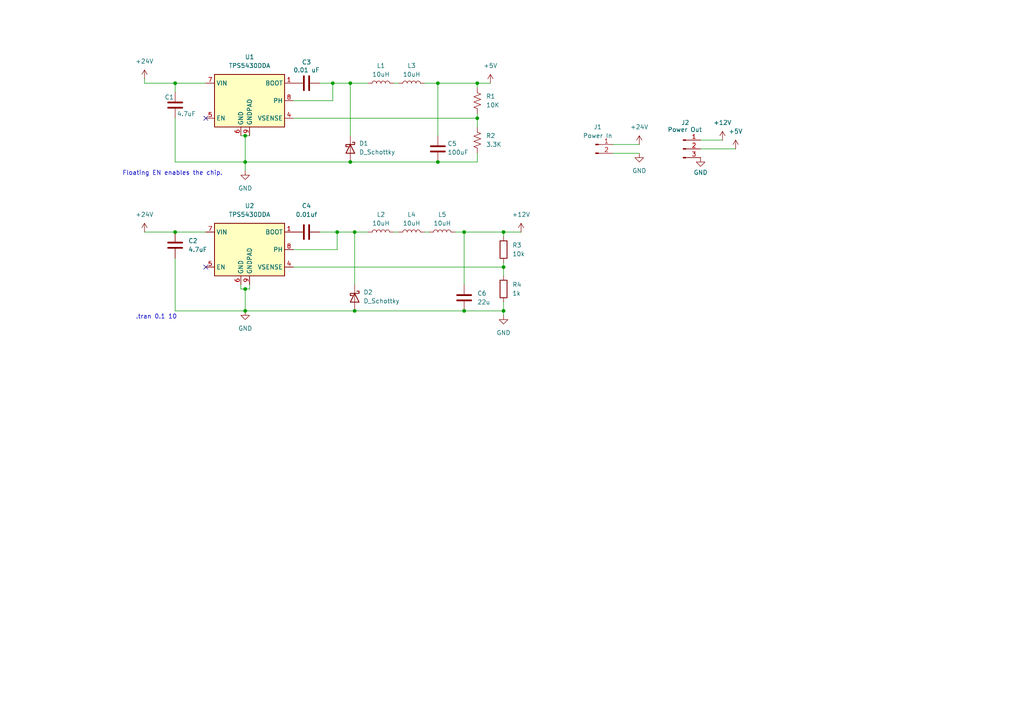
<source format=kicad_sch>
(kicad_sch (version 20250114) (generator "eeschema") (generator_version "9.0")
  (paper "A4")
  (title_block (date "2024-11-14") (company "UW Huskysat") (comment 1 "Tracy, Maria, Phina, David"))
  (lib_symbols
    (symbol "Connector:Conn_01x02_Pin" (pin_names (offset 1.016) (hide yes))
      (property "Reference" "J" (at 0 2.54 0))
      (property "Value" "Conn_01x02_Pin" (at 0 -5.08 0))
      (symbol "Conn_01x02_Pin_1_1"
        (rectangle (start 0.8636 0.127) (end 0 -0.127) (stroke (width 0.1524)) (fill (type outline)))
        (rectangle (start 0.8636 -2.413) (end 0 -2.667) (stroke (width 0.1524)) (fill (type outline)))
        (polyline (pts (xy 1.27 0) (xy 0.8636 0)) (stroke (width 0.1524)))
        (polyline (pts (xy 1.27 -2.54) (xy 0.8636 -2.54)) (stroke (width 0.1524)))
        (pin passive line (at 5.08 0 180) (length 3.81) (name "Pin_1") (number "1"))
        (pin passive line (at 5.08 -2.54 180) (length 3.81) (name "Pin_2") (number "2"))
      )
    )
    (symbol "Connector:Conn_01x03_Pin" (pin_names (offset 1.016) (hide yes))
      (property "Reference" "J" (at 0 5.08 0))
      (property "Value" "Conn_01x03_Pin" (at 0 -5.08 0))
      (symbol "Conn_01x03_Pin_1_1"
        (rectangle (start 0.8636 2.667) (end 0 2.413) (stroke (width 0.1524)) (fill (type outline)))
        (rectangle (start 0.8636 0.127) (end 0 -0.127) (stroke (width 0.1524)) (fill (type outline)))
        (rectangle (start 0.8636 -2.413) (end 0 -2.667) (stroke (width 0.1524)) (fill (type outline)))
        (polyline (pts (xy 1.27 2.54) (xy 0.8636 2.54)) (stroke (width 0.1524)))
        (polyline (pts (xy 1.27 0) (xy 0.8636 0)) (stroke (width 0.1524)))
        (polyline (pts (xy 1.27 -2.54) (xy 0.8636 -2.54)) (stroke (width 0.1524)))
        (pin passive line (at 5.08 2.54 180) (length 3.81) (name "Pin_1") (number "1"))
        (pin passive line (at 5.08 0 180) (length 3.81) (name "Pin_2") (number "2"))
        (pin passive line (at 5.08 -2.54 180) (length 3.81) (name "Pin_3") (number "3"))
      )
    )
    (symbol "Device:C" (pin_numbers (hide yes)) (pin_names (offset 0.254))
      (property "Reference" "C" (at 0.635 2.54 0))
      (property "Value" "C" (at 0.635 -2.54 0))
      (symbol "C_0_1"
        (polyline (pts (xy -2.032 0.762) (xy 2.032 0.762)) (stroke (width 0.508)))
        (polyline (pts (xy -2.032 -0.762) (xy 2.032 -0.762)) (stroke (width 0.508)))
      )
      (symbol "C_1_1"
        (pin passive line (at 0 3.81 270) (length 2.794) (name "~") (number "1"))
        (pin passive line (at 0 -3.81 90) (length 2.794) (name "~") (number "2"))
      )
    )
    (symbol "Device:D_Schottky" (pin_numbers (hide yes)) (pin_names (offset 1.016) (hide yes))
      (property "Reference" "D" (at 0 2.54 0))
      (property "Value" "D_Schottky" (at 0 -2.54 0))
      (symbol "D_Schottky_0_1"
        (polyline (pts (xy -1.905 0.635) (xy -1.905 1.27) (xy -1.27 1.27) (xy -1.27 -1.27) (xy -0.635 -1.27) (xy -0.635 -0.635)) (stroke (width 0.254)))
        (polyline (pts (xy 1.27 1.27) (xy 1.27 -1.27) (xy -1.27 0) (xy 1.27 1.27)) (stroke (width 0.254)))
        (polyline (pts (xy 1.27 0) (xy -1.27 0)))
      )
      (symbol "D_Schottky_1_1"
        (pin passive line (at -3.81 0 0) (length 2.54) (name "K") (number "1"))
        (pin passive line (at 3.81 0 180) (length 2.54) (name "A") (number "2"))
      )
    )
    (symbol "Device:L" (pin_numbers (hide yes)) (pin_names (offset 1.016) (hide yes))
      (property "Reference" "L" (at -1.27 0 90))
      (property "Value" "L" (at 1.905 0 90))
      (symbol "L_0_1"
        (arc (start 0 2.54) (mid 0.6323 1.905) (end 0 1.27))
        (arc (start 0 1.27) (mid 0.6323 0.635) (end 0 0))
        (arc (start 0 0) (mid 0.6323 -0.635) (end 0 -1.27))
        (arc (start 0 -1.27) (mid 0.6323 -1.905) (end 0 -2.54))
      )
      (symbol "L_1_1"
        (pin passive line (at 0 3.81 270) (length 1.27) (name "1") (number "1"))
        (pin passive line (at 0 -3.81 90) (length 1.27) (name "2") (number "2"))
      )
    )
    (symbol "Device:R" (pin_numbers (hide yes)) (pin_names (offset 0))
      (property "Reference" "R" (at 2.032 0 90))
      (property "Value" "R" (at 0 0 90))
      (symbol "R_0_1"
        (rectangle (start -1.016 -2.54) (end 1.016 2.54) (stroke (width 0.254)))
      )
      (symbol "R_1_1"
        (pin passive line (at 0 3.81 270) (length 1.27) (name "~") (number "1"))
        (pin passive line (at 0 -3.81 90) (length 1.27) (name "~") (number "2"))
      )
    )
    (symbol "Device:R_US" (pin_numbers (hide yes)) (pin_names (offset 0))
      (property "Reference" "R" (at 2.54 0 90))
      (property "Value" "R_US" (at -2.54 0 90))
      (symbol "R_US_0_1"
        (polyline (pts (xy 0 2.286) (xy 0 2.54)))
        (polyline (pts (xy 0 2.286) (xy 1.016 1.905) (xy 0 1.524) (xy -1.016 1.143) (xy 0 0.762)))
        (polyline (pts (xy 0 0.762) (xy 1.016 0.381) (xy 0 0) (xy -1.016 -0.381) (xy 0 -0.762)))
        (polyline (pts (xy 0 -0.762) (xy 1.016 -1.143) (xy 0 -1.524) (xy -1.016 -1.905) (xy 0 -2.286)))
        (polyline (pts (xy 0 -2.286) (xy 0 -2.54)))
      )
      (symbol "R_US_1_1"
        (pin passive line (at 0 3.81 270) (length 1.27) (name "~") (number "1"))
        (pin passive line (at 0 -3.81 90) (length 1.27) (name "~") (number "2"))
      )
    )
    (symbol "GND_1" (power) (pin_names (offset 0))
      (property "Value" "GND" (at 0 -3.81 0))
      (symbol "GND_1_0_1"
        (polyline (pts (xy 0 0) (xy 0 -1.27) (xy 1.27 -1.27) (xy 0 -2.54) (xy -1.27 -1.27) (xy 0 -1.27)))
      )
      (symbol "GND_1_1_1"
        (pin power_in line (at 0 0 270) (length 0) (hide yes) (name "GND") (number "1"))
      )
    )
    (symbol "Regulator_Switching:TPS5430DDA"
      (property "Reference" "U" (at -10.16 8.89 0))
      (property "Value" "TPS5430DDA" (at -1.27 8.89 0))
      (symbol "TPS5430DDA_0_1"
        (rectangle (start -10.16 7.62) (end 10.16 -7.62) (stroke (width 0.254)) (fill (type background)))
      )
      (symbol "TPS5430DDA_1_1"
        (pin power_in line (at -12.7 5.08 0) (length 2.54) (name "VIN") (number "7"))
        (pin input line (at -12.7 -5.08 0) (length 2.54) (name "EN") (number "5"))
        (pin no_connect line (at -10.16 2.54 0) (length 2.54) (hide yes) (name "NC") (number "2"))
        (pin no_connect line (at -10.16 -2.54 0) (length 2.54) (hide yes) (name "NC") (number "3"))
        (pin power_in line (at -2.54 -10.16 90) (length 2.54) (name "GND") (number "6"))
        (pin power_in line (at 0 -10.16 90) (length 2.54) (name "GNDPAD") (number "9"))
        (pin input line (at 12.7 5.08 180) (length 2.54) (name "BOOT") (number "1"))
        (pin output line (at 12.7 0 180) (length 2.54) (name "PH") (number "8"))
        (pin input line (at 12.7 -5.08 180) (length 2.54) (name "VSENSE") (number "4"))
      )
    )
    (symbol "power:+12V" (power) (pin_numbers (hide yes)) (pin_names (offset 0) (hide yes))
      (property "Value" "+12V" (at 0 3.556 0))
      (symbol "+12V_0_1"
        (polyline (pts (xy -0.762 1.27) (xy 0 2.54)))
        (polyline (pts (xy 0 2.54) (xy 0.762 1.27)))
        (polyline (pts (xy 0 0) (xy 0 2.54)))
      )
      (symbol "+12V_1_1"
        (pin power_in line (at 0 0 90) (length 0) (name "~") (number "1"))
      )
    )
    (symbol "power:+24V" (power) (pin_numbers (hide yes)) (pin_names (offset 0) (hide yes))
      (property "Value" "+24V" (at 0 3.556 0))
      (symbol "+24V_0_1"
        (polyline (pts (xy -0.762 1.27) (xy 0 2.54)))
        (polyline (pts (xy 0 2.54) (xy 0.762 1.27)))
        (polyline (pts (xy 0 0) (xy 0 2.54)))
      )
      (symbol "+24V_1_1"
        (pin power_in line (at 0 0 90) (length 0) (name "~") (number "1"))
      )
    )
    (symbol "power:+5V" (power) (pin_numbers (hide yes)) (pin_names (offset 0) (hide yes))
      (property "Value" "+5V" (at 0 3.556 0))
      (symbol "+5V_0_1"
        (polyline (pts (xy -0.762 1.27) (xy 0 2.54)))
        (polyline (pts (xy 0 2.54) (xy 0.762 1.27)))
        (polyline (pts (xy 0 0) (xy 0 2.54)))
      )
      (symbol "+5V_1_1"
        (pin power_in line (at 0 0 90) (length 0) (name "~") (number "1"))
      )
    )
    (symbol "power:GND" (power) (pin_numbers (hide yes)) (pin_names (offset 0) (hide yes))
      (property "Value" "GND" (at 0 -3.81 0))
      (symbol "GND_0_1"
        (polyline (pts (xy 0 0) (xy 0 -1.27) (xy 1.27 -1.27) (xy 0 -2.54) (xy -1.27 -1.27) (xy 0 -1.27)))
      )
      (symbol "GND_1_1"
        (pin power_in line (at 0 0 270) (length 0) (name "~") (number "1"))
      )
    )
  )
  (text "Floating EN enables the chip." (at 50.038 50.292 0) (effects (font (size 1.27 1.27))))
  (text ".tran 0.1 10" (at 39.37 92.71 0) (effects (font (size 1.27 1.27)) (justify left bottom)))
  (junction (at 127 24.13))
  (junction (at 101.6 46.99))
  (junction (at 50.8 24.13))
  (junction (at 138.43 34.29))
  (junction (at 138.43 24.13))
  (junction (at 127 46.99))
  (junction (at 71.12 83.82))
  (junction (at 134.62 67.31))
  (junction (at 71.12 39.37))
  (junction (at 146.05 77.47))
  (junction (at 97.79 67.31))
  (junction (at 101.6 24.13))
  (junction (at 71.12 90.17))
  (junction (at 102.87 90.17))
  (junction (at 96.52 24.13))
  (junction (at 146.05 67.31))
  (junction (at 71.12 46.99))
  (junction (at 50.8 67.31))
  (junction (at 102.87 67.31))
  (junction (at 134.62 90.17))
  (junction (at 146.05 90.17))
  (no_connect (at 59.69 34.29))
  (no_connect (at 59.69 77.47))
  (wire (pts (xy 97.79 72.39) (xy 97.79 67.31)))
  (wire (pts (xy 203.2 40.64) (xy 209.55 40.64)))
  (wire (pts (xy 146.05 80.01) (xy 146.05 77.47)))
  (wire (pts (xy 50.8 74.93) (xy 50.8 90.17)))
  (wire (pts (xy 114.3 24.13) (xy 115.57 24.13)))
  (wire (pts (xy 123.19 24.13) (xy 127 24.13)))
  (wire (pts (xy 71.12 46.99) (xy 71.12 39.37)))
  (wire (pts (xy 138.43 33.02) (xy 138.43 34.29)))
  (wire (pts (xy 177.8 44.45) (xy 185.42 44.45)))
  (wire (pts (xy 101.6 39.37) (xy 101.6 24.13)))
  (wire (pts (xy 85.09 34.29) (xy 138.43 34.29)))
  (wire (pts (xy 96.52 24.13) (xy 96.52 29.21)))
  (wire (pts (xy 127 24.13) (xy 127 39.37)))
  (wire (pts (xy 102.87 67.31) (xy 102.87 82.55)))
  (wire (pts (xy 114.3 67.31) (xy 115.57 67.31)))
  (wire (pts (xy 138.43 24.13) (xy 138.43 25.4)))
  (wire (pts (xy 97.79 67.31) (xy 102.87 67.31)))
  (wire (pts (xy 138.43 44.45) (xy 138.43 46.99)))
  (wire (pts (xy 146.05 87.63) (xy 146.05 90.17)))
  (wire (pts (xy 123.19 67.31) (xy 124.46 67.31)))
  (wire (pts (xy 69.85 83.82) (xy 71.12 83.82)))
  (wire (pts (xy 71.12 83.82) (xy 71.12 90.17)))
  (wire (pts (xy 71.12 83.82) (xy 72.39 83.82)))
  (wire (pts (xy 50.8 34.29) (xy 50.8 46.99)))
  (wire (pts (xy 85.09 72.39) (xy 97.79 72.39)))
  (wire (pts (xy 101.6 46.99) (xy 127 46.99)))
  (wire (pts (xy 127 24.13) (xy 138.43 24.13)))
  (wire (pts (xy 92.71 67.31) (xy 97.79 67.31)))
  (wire (pts (xy 50.8 90.17) (xy 71.12 90.17)))
  (wire (pts (xy 41.91 22.86) (xy 41.91 24.13)))
  (wire (pts (xy 134.62 67.31) (xy 134.62 82.55)))
  (wire (pts (xy 101.6 24.13) (xy 106.68 24.13)))
  (wire (pts (xy 71.12 46.99) (xy 101.6 46.99)))
  (wire (pts (xy 71.12 39.37) (xy 69.85 39.37)))
  (wire (pts (xy 146.05 90.17) (xy 146.05 91.44)))
  (wire (pts (xy 177.8 41.91) (xy 185.42 41.91)))
  (wire (pts (xy 96.52 24.13) (xy 101.6 24.13)))
  (wire (pts (xy 146.05 67.31) (xy 151.13 67.31)))
  (wire (pts (xy 71.12 39.37) (xy 72.39 39.37)))
  (wire (pts (xy 134.62 90.17) (xy 146.05 90.17)))
  (wire (pts (xy 102.87 67.31) (xy 106.68 67.31)))
  (wire (pts (xy 146.05 76.2) (xy 146.05 77.47)))
  (wire (pts (xy 69.85 82.55) (xy 69.85 83.82)))
  (wire (pts (xy 85.09 29.21) (xy 96.52 29.21)))
  (wire (pts (xy 134.62 67.31) (xy 146.05 67.31)))
  (wire (pts (xy 138.43 34.29) (xy 138.43 36.83)))
  (wire (pts (xy 41.91 67.31) (xy 50.8 67.31)))
  (wire (pts (xy 50.8 24.13) (xy 59.69 24.13)))
  (wire (pts (xy 50.8 24.13) (xy 50.8 26.67)))
  (wire (pts (xy 50.8 67.31) (xy 59.69 67.31)))
  (wire (pts (xy 132.08 67.31) (xy 134.62 67.31)))
  (wire (pts (xy 138.43 24.13) (xy 142.24 24.13)))
  (wire (pts (xy 72.39 82.55) (xy 72.39 83.82)))
  (wire (pts (xy 146.05 68.58) (xy 146.05 67.31)))
  (wire (pts (xy 85.09 77.47) (xy 146.05 77.47)))
  (wire (pts (xy 102.87 90.17) (xy 134.62 90.17)))
  (wire (pts (xy 127 46.99) (xy 138.43 46.99)))
  (wire (pts (xy 50.8 46.99) (xy 71.12 46.99)))
  (wire (pts (xy 41.91 24.13) (xy 50.8 24.13)))
  (wire (pts (xy 92.71 24.13) (xy 96.52 24.13)))
  (wire (pts (xy 71.12 49.53) (xy 71.12 46.99)))
  (wire (pts (xy 71.12 90.17) (xy 102.87 90.17)))
  (wire (pts (xy 203.2 43.18) (xy 213.36 43.18)))
  (symbol (lib_id "Device:L") (at 119.38 24.13 90) (unit 1)
    (property "Reference" "L3" (at 119.38 19.05 90))
    (property "Value" "10uH" (at 119.38 21.59 90))
    (property "Footprint" "Inductor_SMD:L_Changjiang_FXL0630" (effects (hide yes)))
    (property "LCSC" "C167223" (effects (hide yes)))
  )
  (symbol (lib_id "power:GND") (at 185.42 44.45 0) (unit 1)
    (property "Reference" "#PWR09" (effects (hide yes)))
    (property "Value" "GND" (at 185.42 49.53 0))
    (property "Description" "Power symbol creates a global label with name \"GND\" , ground" (effects (hide yes)))
  )
  (symbol (lib_id "Device:L") (at 119.38 67.31 90) (unit 1)
    (property "Reference" "L4" (at 119.38 62.23 90))
    (property "Value" "10uH" (at 119.38 64.77 90))
    (property "Footprint" "Inductor_SMD:L_Changjiang_FXL0630" (effects (hide yes)))
    (property "LCSC" "C167223" (effects (hide yes)))
  )
  (symbol (lib_id "power:+24V") (at 41.91 22.86 0) (unit 1)
    (property "Reference" "#PWR01" (effects (hide yes)))
    (property "Value" "+24V" (at 41.91 17.78 0))
    (property "Description" "Power symbol creates a global label with name \"+24V\"" (effects (hide yes)))
  )
  (symbol (lib_id "Device:C") (at 88.9 24.13 90) (unit 1)
    (property "Reference" "C3" (at 88.9 18.034 90))
    (property "Value" "0.01 uF" (at 88.9 20.32 90))
    (property "Footprint" "Capacitor_SMD:C_0603_1608Metric" (effects (hide yes)))
    (property "Description" "Unpolarized capacitor" (effects (hide yes)))
    (property "LCSC" "C1589" (effects (hide yes)))
  )
  (symbol (lib_name "GND_1") (lib_id "power:GND") (at 146.05 91.44 0) (unit 1)
    (property "Reference" "#PWR06" (effects (hide yes)))
    (property "Value" "GND" (at 146.05 96.52 0))
  )
  (symbol (lib_id "power:+12V") (at 151.13 67.31 0) (unit 1)
    (property "Reference" "#PWR07" (effects (hide yes)))
    (property "Value" "+12V" (at 151.13 62.23 0))
    (property "Description" "Power symbol creates a global label with name \"+12V\"" (effects (hide yes)))
  )
  (symbol (lib_id "Connector:Conn_01x02_Pin") (at 172.72 41.91 0) (unit 1)
    (property "Reference" "J1" (at 173.355 36.83 0))
    (property "Value" "Power In" (at 173.355 39.37 0))
    (property "Footprint" "Connector_PinHeader_2.54mm:PinHeader_1x02_P2.54mm_Vertical" (effects (hide yes)))
    (property "Description" "Generic connector, single row, 01x02, script generated" (effects (hide yes)))
  )
  (symbol (lib_id "power:+5V") (at 213.36 43.18 0) (unit 1)
    (property "Reference" "#PWR012" (effects (hide yes)))
    (property "Value" "+5V" (at 213.36 38.1 0))
    (property "Description" "Power symbol creates a global label with name \"+5V\"" (effects (hide yes)))
  )
  (symbol (lib_id "power:+5V") (at 142.24 24.13 0) (unit 1)
    (property "Reference" "#PWR05" (effects (hide yes)))
    (property "Value" "+5V" (at 142.24 19.05 0))
    (property "Description" "Power symbol creates a global label with name \"+5V\"" (effects (hide yes)))
  )
  (symbol (lib_id "Device:L") (at 110.49 24.13 90) (unit 1)
    (property "Reference" "L1" (at 110.49 19.05 90))
    (property "Value" "10uH" (at 110.49 21.59 90))
    (property "Footprint" "Inductor_SMD:L_Changjiang_FXL0630" (effects (hide yes)))
    (property "LCSC" "C167223" (effects (hide yes)))
  )
  (symbol (lib_id "Device:D_Schottky") (at 101.6 43.18 270) (unit 1)
    (property "Reference" "D1" (at 104.14 41.5924 90) (effects (justify left)))
    (property "Value" "D_Schottky" (at 104.14 44.1324 90) (effects (justify left)))
    (property "Footprint" "Diode_SMD:D_SOD-323" (effects (hide yes)))
    (property "Description" "Schottky diode" (effects (hide yes)))
    (property "LCSC" "C191023" (effects (hide yes)))
  )
  (symbol (lib_id "Regulator_Switching:TPS5430DDA") (at 72.39 29.21 0) (unit 1)
    (property "Reference" "U1" (at 72.39 16.51 0))
    (property "Value" "TPS5430DDA" (at 72.39 19.05 0))
    (property "Footprint" "Package_SO:TI_SO-PowerPAD-8_ThermalVias" (effects (hide yes)))
    (property "Datasheet" "http://www.ti.com/lit/ds/symlink/tps5430.pdf" (effects (hide yes)))
    (property "Description" "3A, Step Down Swift Converter, Adjustable Output Voltage, 5.5-36V Input Voltage, PowerSO-8" (effects (hide yes)))
    (property "LCSC" "C9864" (effects (hide yes)))
  )
  (symbol (lib_id "Device:R_US") (at 138.43 29.21 0) (unit 1)
    (property "Reference" "R1" (at 140.97 27.9399 0) (effects (justify left)))
    (property "Value" "10K" (at 140.97 30.4799 0) (effects (justify left)))
    (property "Footprint" "Resistor_SMD:R_0603_1608Metric" (effects (hide yes)))
    (property "Description" "Resistor, US symbol" (effects (hide yes)))
    (property "LCSC" "C15401" (effects (hide yes)))
  )
  (symbol (lib_id "Device:C") (at 134.62 86.36 180) (unit 1)
    (property "Reference" "C6" (at 138.43 85.09 0) (effects (justify right)))
    (property "Value" "22u" (at 138.43 87.63 0) (effects (justify right)))
    (property "Footprint" "Capacitor_SMD:C_0805_2012Metric" (effects (hide yes)))
    (property "LCSC" "C45783" (effects (hide yes)))
  )
  (symbol (lib_id "Device:R") (at 146.05 83.82 0) (unit 1)
    (property "Reference" "R4" (at 148.59 82.55 0) (effects (justify left)))
    (property "Value" "1k" (at 148.59 85.09 0) (effects (justify left)))
    (property "Footprint" "Resistor_SMD:R_1206_3216Metric" (effects (hide yes)))
    (property "LCSC" "C4410" (effects (hide yes)))
  )
  (symbol (lib_id "Regulator_Switching:TPS5430DDA") (at 72.39 72.39 0) (unit 1)
    (property "Reference" "U2" (at 72.39 59.69 0))
    (property "Value" "TPS5430DDA" (at 72.39 62.23 0))
    (property "Footprint" "Package_SO:TI_SO-PowerPAD-8_ThermalVias" (effects (hide yes)))
    (property "Datasheet" "http://www.ti.com/lit/ds/symlink/tps5430.pdf" (effects (hide yes)))
    (property "LCSC" "C9864" (effects (hide yes)))
  )
  (symbol (lib_id "power:+24V") (at 41.91 67.31 0) (unit 1)
    (property "Reference" "#PWR02" (effects (hide yes)))
    (property "Value" "+24V" (at 41.91 62.23 0))
    (property "Description" "Power symbol creates a global label with name \"+24V\"" (effects (hide yes)))
  )
  (symbol (lib_id "Device:R") (at 146.05 72.39 0) (unit 1)
    (property "Reference" "R3" (at 148.59 71.12 0) (effects (justify left)))
    (property "Value" "10k" (at 148.59 73.66 0) (effects (justify left)))
    (property "Footprint" "Resistor_SMD:R_0603_1608Metric" (effects (hide yes)))
    (property "LCSC" "C15401" (effects (hide yes)))
  )
  (symbol (lib_id "Device:L") (at 110.49 67.31 90) (unit 1)
    (property "Reference" "L2" (at 110.49 62.23 90))
    (property "Value" "10uH" (at 110.49 64.77 90))
    (property "Footprint" "Inductor_SMD:L_Changjiang_FXL0630" (effects (hide yes)))
    (property "LCSC" "C167223" (effects (hide yes)))
  )
  (symbol (lib_id "Device:L") (at 128.27 67.31 90) (unit 1)
    (property "Reference" "L5" (at 128.27 62.23 90))
    (property "Value" "10uH" (at 128.27 64.77 90))
    (property "Footprint" "Inductor_SMD:L_Changjiang_FXL0630" (effects (hide yes)))
    (property "LCSC" "C167223" (effects (hide yes)))
  )
  (symbol (lib_id "Device:C") (at 127 43.18 0) (unit 1)
    (property "Reference" "C5" (at 129.794 41.656 0) (effects (justify left)))
    (property "Value" "100uF" (at 129.794 44.196 0) (effects (justify left)))
    (property "Footprint" "Capacitor_SMD:C_Elec_6.3x7.7" (effects (hide yes)))
    (property "Description" "Unpolarized capacitor" (effects (hide yes)))
    (property "LCSC" "C2836437" (effects (hide yes)))
  )
  (symbol (lib_id "Device:R_US") (at 138.43 40.64 0) (unit 1)
    (property "Reference" "R2" (at 140.97 39.3699 0) (effects (justify left)))
    (property "Value" "3.3K" (at 140.97 41.9099 0) (effects (justify left)))
    (property "Footprint" "Resistor_SMD:R_1206_3216Metric" (effects (hide yes)))
    (property "Description" "Resistor, US symbol" (effects (hide yes)))
    (property "LCSC" "C26041" (effects (hide yes)))
  )
  (symbol (lib_id "power:+12V") (at 209.55 40.64 0) (unit 1)
    (property "Reference" "#PWR011" (effects (hide yes)))
    (property "Value" "+12V" (at 209.55 35.56 0))
    (property "Description" "Power symbol creates a global label with name \"+12V\"" (effects (hide yes)))
  )
  (symbol (lib_id "power:+24V") (at 185.42 41.91 0) (unit 1)
    (property "Reference" "#PWR08" (effects (hide yes)))
    (property "Value" "+24V" (at 185.42 36.83 0))
    (property "Description" "Power symbol creates a global label with name \"+24V\"" (effects (hide yes)))
  )
  (symbol (lib_id "Device:C") (at 88.9 67.31 90) (unit 1)
    (property "Reference" "C4" (at 88.9 59.69 90))
    (property "Value" "0.01uf" (at 88.9 62.23 90))
    (property "Footprint" "Capacitor_SMD:C_0603_1608Metric" (effects (hide yes)))
    (property "LCSC" "C1589" (effects (hide yes)))
  )
  (symbol (lib_id "power:GND") (at 71.12 90.17 0) (unit 1)
    (property "Reference" "#PWR04" (effects (hide yes)))
    (property "Value" "GND" (at 71.12 95.25 0))
    (property "Description" "Power symbol creates a global label with name \"GND\" , ground" (effects (hide yes)))
  )
  (symbol (lib_id "Device:C") (at 50.8 30.48 0) (unit 1)
    (property "Reference" "C1" (at 47.752 28.194 0) (effects (justify left)))
    (property "Value" "4.7uF" (at 51.308 33.02 0) (effects (justify left)))
    (property "Footprint" "Capacitor_SMD:C_0805_2012Metric" (effects (hide yes)))
    (property "Description" "Unpolarized capacitor" (effects (hide yes)))
    (property "LCSC" "C1779" (effects (hide yes)))
  )
  (symbol (lib_id "Device:D_Schottky") (at 102.87 86.36 270) (unit 1)
    (property "Reference" "D2" (at 105.41 84.7724 90) (effects (justify left)))
    (property "Value" "D_Schottky" (at 105.41 87.3124 90) (effects (justify left)))
    (property "Footprint" "Diode_SMD:D_SOD-323" (effects (hide yes)))
    (property "Description" "Schottky diode" (effects (hide yes)))
    (property "LCSC" "C191023" (effects (hide yes)))
  )
  (symbol (lib_id "power:GND") (at 203.2 45.72 0) (unit 1)
    (property "Reference" "#PWR010" (effects (hide yes)))
    (property "Value" "GND" (at 203.2 50.038 0))
    (property "Description" "Power symbol creates a global label with name \"GND\" , ground" (effects (hide yes)))
  )
  (symbol (lib_id "power:GND") (at 71.12 49.53 0) (unit 1)
    (property "Reference" "#PWR03" (effects (hide yes)))
    (property "Value" "GND" (at 71.12 54.61 0))
    (property "Description" "Power symbol creates a global label with name \"GND\" , ground" (effects (hide yes)))
  )
  (symbol (lib_id "Device:C") (at 50.8 71.12 0) (unit 1)
    (property "Reference" "C2" (at 54.61 69.85 0) (effects (justify left)))
    (property "Value" "4.7uF" (at 54.61 72.39 0) (effects (justify left)))
    (property "Footprint" "Capacitor_SMD:C_0805_2012Metric" (effects (hide yes)))
    (property "Description" "Unpolarized Capacitor" (effects (hide yes)))
    (property "LCSC" "C1779" (effects (hide yes)))
  )
  (symbol (lib_id "Connector:Conn_01x03_Pin") (at 198.12 43.18 0) (unit 1)
    (property "Reference" "J2" (at 198.755 35.56 0))
    (property "Value" "Power Out" (at 198.628 37.592 0))
    (property "Footprint" "Connector_PinHeader_2.54mm:PinHeader_1x03_P2.54mm_Vertical" (effects (hide yes)))
    (property "Description" "Generic connector, single row, 01x03, script generated" (effects (hide yes)))
  )
)
</source>
